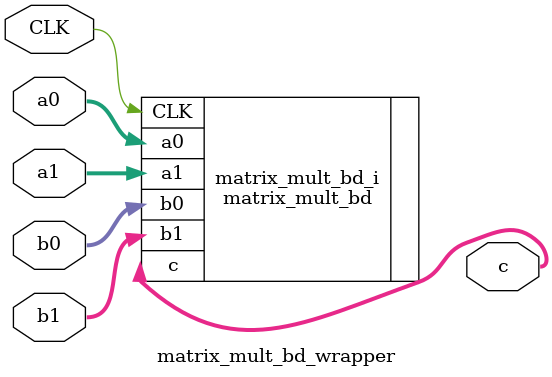
<source format=v>
`timescale 1 ps / 1 ps

module matrix_mult_bd_wrapper
   (CLK,
    a0,
    a1,
    b0,
    b1,
    c);
  input CLK;
  input [3:0]a0;
  input [3:0]a1;
  input [3:0]b0;
  input [3:0]b1;
  output [7:0]c;

  wire CLK;
  wire [3:0]a0;
  wire [3:0]a1;
  wire [3:0]b0;
  wire [3:0]b1;
  wire [7:0]c;

  matrix_mult_bd matrix_mult_bd_i
       (.CLK(CLK),
        .a0(a0),
        .a1(a1),
        .b0(b0),
        .b1(b1),
        .c(c));
endmodule

</source>
